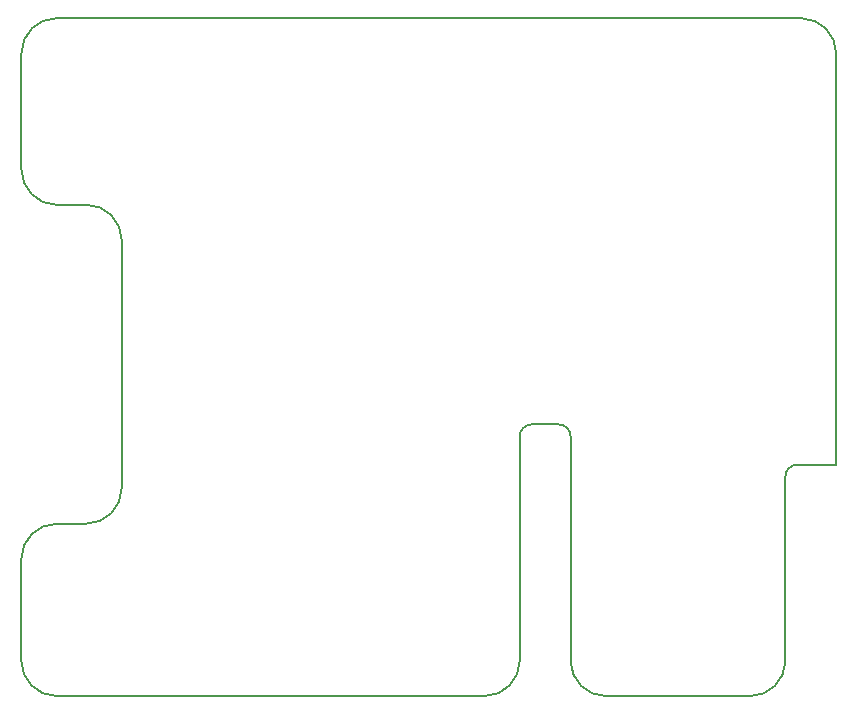
<source format=gm1>
G04 #@! TF.GenerationSoftware,KiCad,Pcbnew,(5.0.1)-3*
G04 #@! TF.CreationDate,2018-11-02T18:35:49+01:00*
G04 #@! TF.ProjectId,rpi_power,7270695F706F7765722E6B696361645F,rev?*
G04 #@! TF.SameCoordinates,Original*
G04 #@! TF.FileFunction,Profile,NP*
%FSLAX46Y46*%
G04 Gerber Fmt 4.6, Leading zero omitted, Abs format (unit mm)*
G04 Created by KiCad (PCBNEW (5.0.1)-3) date 02-Nov-18 18:35:49*
%MOMM*%
%LPD*%
G01*
G04 APERTURE LIST*
%ADD10C,0.150000*%
G04 APERTURE END LIST*
D10*
X181200000Y-105000000D02*
X181200000Y-120600000D01*
X182200000Y-104000000D02*
X185500000Y-104000000D01*
X181200000Y-105000000D02*
G75*
G02X182200000Y-104000000I1000000J0D01*
G01*
X116500000Y-112000000D02*
G75*
G02X119500000Y-109000000I3000000J0D01*
G01*
X119500000Y-66200000D02*
X182500000Y-66200000D01*
X185500000Y-69200000D02*
X185500000Y-104000000D01*
X182500000Y-66200000D02*
G75*
G02X185500000Y-69200000I0J-3000000D01*
G01*
X178200000Y-123600000D02*
X166000000Y-123600000D01*
X181200000Y-120600000D02*
G75*
G02X178200000Y-123600000I-3000000J0D01*
G01*
X122000000Y-109000000D02*
X119500000Y-109000000D01*
X125000000Y-85000000D02*
X125000000Y-106000000D01*
X119500000Y-82000000D02*
X122000000Y-82000000D01*
X125000000Y-106000000D02*
G75*
G02X122000000Y-109000000I-3000000J0D01*
G01*
X122000000Y-82000000D02*
G75*
G02X125000000Y-85000000I0J-3000000D01*
G01*
X158700000Y-120600000D02*
X158700000Y-101600000D01*
X163000000Y-101600000D02*
X163000000Y-120600000D01*
X159700000Y-100600000D02*
X162000000Y-100600000D01*
X162000000Y-100600000D02*
G75*
G02X163000000Y-101600000I0J-1000000D01*
G01*
X158700000Y-101600000D02*
G75*
G02X159700000Y-100600000I1000000J0D01*
G01*
X119500000Y-123600000D02*
X155700000Y-123600000D01*
X166000000Y-123600000D02*
G75*
G02X163000000Y-120600000I0J3000000D01*
G01*
X158700000Y-120600000D02*
G75*
G02X155700000Y-123600000I-3000000J0D01*
G01*
X116500000Y-112000000D02*
X116500000Y-120600000D01*
X116500000Y-69200000D02*
X116500000Y-79000000D01*
X119500000Y-82000000D02*
G75*
G02X116500000Y-79000000I0J3000000D01*
G01*
X119500000Y-123600000D02*
G75*
G02X116500000Y-120600000I0J3000000D01*
G01*
X116500000Y-69200000D02*
G75*
G02X119500000Y-66200000I3000000J0D01*
G01*
M02*

</source>
